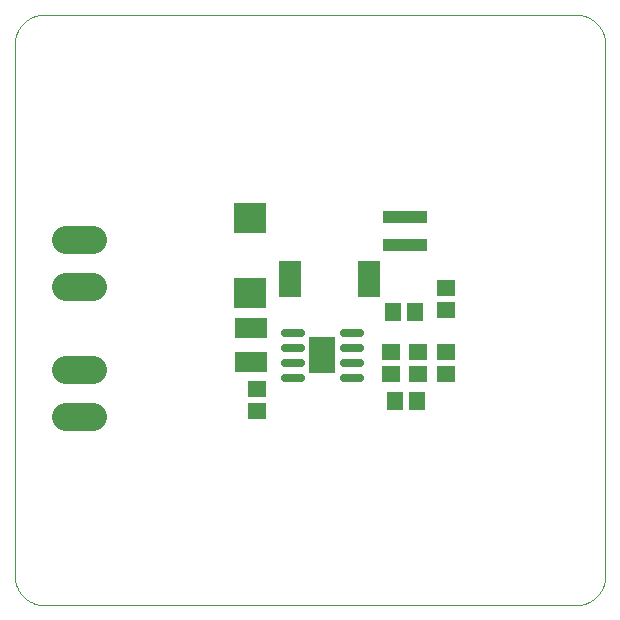
<source format=gts>
G75*
%MOIN*%
%OFA0B0*%
%FSLAX25Y25*%
%IPPOS*%
%LPD*%
%AMOC8*
5,1,8,0,0,1.08239X$1,22.5*
%
%ADD10C,0.00000*%
%ADD11C,0.02800*%
%ADD12R,0.08800X0.12200*%
%ADD13R,0.15000X0.04200*%
%ADD14R,0.07500X0.12100*%
%ADD15R,0.11030X0.10439*%
%ADD16R,0.06306X0.05518*%
%ADD17R,0.05518X0.06306*%
%ADD18R,0.11030X0.06699*%
%ADD19C,0.09258*%
D10*
X0015380Y0032555D02*
X0192545Y0032555D01*
X0192783Y0032558D01*
X0193021Y0032566D01*
X0193258Y0032581D01*
X0193495Y0032601D01*
X0193731Y0032627D01*
X0193967Y0032658D01*
X0194202Y0032695D01*
X0194436Y0032738D01*
X0194669Y0032787D01*
X0194901Y0032841D01*
X0195131Y0032901D01*
X0195360Y0032966D01*
X0195587Y0033037D01*
X0195812Y0033113D01*
X0196035Y0033195D01*
X0196257Y0033282D01*
X0196476Y0033374D01*
X0196693Y0033472D01*
X0196907Y0033574D01*
X0197119Y0033682D01*
X0197329Y0033796D01*
X0197535Y0033914D01*
X0197739Y0034037D01*
X0197939Y0034165D01*
X0198136Y0034297D01*
X0198331Y0034435D01*
X0198521Y0034577D01*
X0198709Y0034724D01*
X0198892Y0034875D01*
X0199072Y0035030D01*
X0199248Y0035190D01*
X0199420Y0035354D01*
X0199589Y0035523D01*
X0199753Y0035695D01*
X0199913Y0035871D01*
X0200068Y0036051D01*
X0200219Y0036234D01*
X0200366Y0036422D01*
X0200508Y0036612D01*
X0200646Y0036807D01*
X0200778Y0037004D01*
X0200906Y0037204D01*
X0201029Y0037408D01*
X0201147Y0037614D01*
X0201261Y0037824D01*
X0201369Y0038036D01*
X0201471Y0038250D01*
X0201569Y0038467D01*
X0201661Y0038686D01*
X0201748Y0038908D01*
X0201830Y0039131D01*
X0201906Y0039356D01*
X0201977Y0039583D01*
X0202042Y0039812D01*
X0202102Y0040042D01*
X0202156Y0040274D01*
X0202205Y0040507D01*
X0202248Y0040741D01*
X0202285Y0040976D01*
X0202316Y0041212D01*
X0202342Y0041448D01*
X0202362Y0041685D01*
X0202377Y0041922D01*
X0202385Y0042160D01*
X0202388Y0042398D01*
X0202387Y0042398D02*
X0202387Y0219563D01*
X0202388Y0219563D02*
X0202385Y0219801D01*
X0202377Y0220039D01*
X0202362Y0220276D01*
X0202342Y0220513D01*
X0202316Y0220749D01*
X0202285Y0220985D01*
X0202248Y0221220D01*
X0202205Y0221454D01*
X0202156Y0221687D01*
X0202102Y0221919D01*
X0202042Y0222149D01*
X0201977Y0222378D01*
X0201906Y0222605D01*
X0201830Y0222830D01*
X0201748Y0223053D01*
X0201661Y0223275D01*
X0201569Y0223494D01*
X0201471Y0223711D01*
X0201369Y0223925D01*
X0201261Y0224137D01*
X0201147Y0224347D01*
X0201029Y0224553D01*
X0200906Y0224757D01*
X0200778Y0224957D01*
X0200646Y0225154D01*
X0200508Y0225349D01*
X0200366Y0225539D01*
X0200219Y0225727D01*
X0200068Y0225910D01*
X0199913Y0226090D01*
X0199753Y0226266D01*
X0199589Y0226438D01*
X0199420Y0226607D01*
X0199248Y0226771D01*
X0199072Y0226931D01*
X0198892Y0227086D01*
X0198709Y0227237D01*
X0198521Y0227384D01*
X0198331Y0227526D01*
X0198136Y0227664D01*
X0197939Y0227796D01*
X0197739Y0227924D01*
X0197535Y0228047D01*
X0197329Y0228165D01*
X0197119Y0228279D01*
X0196907Y0228387D01*
X0196693Y0228489D01*
X0196476Y0228587D01*
X0196257Y0228679D01*
X0196035Y0228766D01*
X0195812Y0228848D01*
X0195587Y0228924D01*
X0195360Y0228995D01*
X0195131Y0229060D01*
X0194901Y0229120D01*
X0194669Y0229174D01*
X0194436Y0229223D01*
X0194202Y0229266D01*
X0193967Y0229303D01*
X0193731Y0229334D01*
X0193495Y0229360D01*
X0193258Y0229380D01*
X0193021Y0229395D01*
X0192783Y0229403D01*
X0192545Y0229406D01*
X0015380Y0229406D01*
X0015142Y0229403D01*
X0014904Y0229395D01*
X0014667Y0229380D01*
X0014430Y0229360D01*
X0014194Y0229334D01*
X0013958Y0229303D01*
X0013723Y0229266D01*
X0013489Y0229223D01*
X0013256Y0229174D01*
X0013024Y0229120D01*
X0012794Y0229060D01*
X0012565Y0228995D01*
X0012338Y0228924D01*
X0012113Y0228848D01*
X0011890Y0228766D01*
X0011668Y0228679D01*
X0011449Y0228587D01*
X0011232Y0228489D01*
X0011018Y0228387D01*
X0010806Y0228279D01*
X0010596Y0228165D01*
X0010390Y0228047D01*
X0010186Y0227924D01*
X0009986Y0227796D01*
X0009789Y0227664D01*
X0009594Y0227526D01*
X0009404Y0227384D01*
X0009216Y0227237D01*
X0009033Y0227086D01*
X0008853Y0226931D01*
X0008677Y0226771D01*
X0008505Y0226607D01*
X0008336Y0226438D01*
X0008172Y0226266D01*
X0008012Y0226090D01*
X0007857Y0225910D01*
X0007706Y0225727D01*
X0007559Y0225539D01*
X0007417Y0225349D01*
X0007279Y0225154D01*
X0007147Y0224957D01*
X0007019Y0224757D01*
X0006896Y0224553D01*
X0006778Y0224347D01*
X0006664Y0224137D01*
X0006556Y0223925D01*
X0006454Y0223711D01*
X0006356Y0223494D01*
X0006264Y0223275D01*
X0006177Y0223053D01*
X0006095Y0222830D01*
X0006019Y0222605D01*
X0005948Y0222378D01*
X0005883Y0222149D01*
X0005823Y0221919D01*
X0005769Y0221687D01*
X0005720Y0221454D01*
X0005677Y0221220D01*
X0005640Y0220985D01*
X0005609Y0220749D01*
X0005583Y0220513D01*
X0005563Y0220276D01*
X0005548Y0220039D01*
X0005540Y0219801D01*
X0005537Y0219563D01*
X0005537Y0042398D01*
X0005540Y0042160D01*
X0005548Y0041922D01*
X0005563Y0041685D01*
X0005583Y0041448D01*
X0005609Y0041212D01*
X0005640Y0040976D01*
X0005677Y0040741D01*
X0005720Y0040507D01*
X0005769Y0040274D01*
X0005823Y0040042D01*
X0005883Y0039812D01*
X0005948Y0039583D01*
X0006019Y0039356D01*
X0006095Y0039131D01*
X0006177Y0038908D01*
X0006264Y0038686D01*
X0006356Y0038467D01*
X0006454Y0038250D01*
X0006556Y0038036D01*
X0006664Y0037824D01*
X0006778Y0037614D01*
X0006896Y0037408D01*
X0007019Y0037204D01*
X0007147Y0037004D01*
X0007279Y0036807D01*
X0007417Y0036612D01*
X0007559Y0036422D01*
X0007706Y0036234D01*
X0007857Y0036051D01*
X0008012Y0035871D01*
X0008172Y0035695D01*
X0008336Y0035523D01*
X0008505Y0035354D01*
X0008677Y0035190D01*
X0008853Y0035030D01*
X0009033Y0034875D01*
X0009216Y0034724D01*
X0009404Y0034577D01*
X0009594Y0034435D01*
X0009789Y0034297D01*
X0009986Y0034165D01*
X0010186Y0034037D01*
X0010390Y0033914D01*
X0010596Y0033796D01*
X0010806Y0033682D01*
X0011018Y0033574D01*
X0011232Y0033472D01*
X0011449Y0033374D01*
X0011668Y0033282D01*
X0011890Y0033195D01*
X0012113Y0033113D01*
X0012338Y0033037D01*
X0012565Y0032966D01*
X0012794Y0032901D01*
X0013024Y0032841D01*
X0013256Y0032787D01*
X0013489Y0032738D01*
X0013723Y0032695D01*
X0013958Y0032658D01*
X0014194Y0032627D01*
X0014430Y0032601D01*
X0014667Y0032581D01*
X0014904Y0032566D01*
X0015142Y0032558D01*
X0015380Y0032555D01*
D11*
X0095482Y0108403D02*
X0100982Y0108403D01*
X0100982Y0113403D02*
X0095482Y0113403D01*
X0095482Y0118403D02*
X0100982Y0118403D01*
X0100982Y0123403D02*
X0095482Y0123403D01*
X0115167Y0123403D02*
X0120667Y0123403D01*
X0120667Y0118403D02*
X0115167Y0118403D01*
X0115167Y0113403D02*
X0120667Y0113403D01*
X0120667Y0108403D02*
X0115167Y0108403D01*
D12*
X0108074Y0115903D03*
D13*
X0135474Y0152653D03*
X0135474Y0161953D03*
D14*
X0123524Y0141303D03*
X0097424Y0141303D03*
D15*
X0084074Y0136603D03*
X0084074Y0161603D03*
D16*
X0130874Y0117043D03*
X0130874Y0109563D03*
X0140074Y0109563D03*
X0140074Y0117043D03*
X0149400Y0117047D03*
X0149400Y0109567D03*
X0149400Y0130867D03*
X0149400Y0138347D03*
X0086274Y0104643D03*
X0086274Y0097163D03*
D17*
X0131620Y0130387D03*
X0139101Y0130387D03*
X0139614Y0100503D03*
X0132134Y0100503D03*
D18*
X0084274Y0113791D03*
X0084274Y0124815D03*
D19*
X0031566Y0111114D02*
X0022708Y0111114D01*
X0022708Y0095366D02*
X0031566Y0095366D01*
X0031566Y0138640D02*
X0022708Y0138640D01*
X0022708Y0154388D02*
X0031566Y0154388D01*
M02*

</source>
